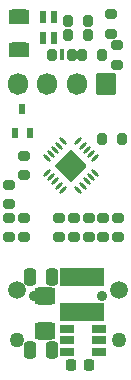
<source format=gbr>
%TF.GenerationSoftware,KiCad,Pcbnew,(6.0.10-0)*%
%TF.CreationDate,2023-01-05T15:58:09+00:00*%
%TF.ProjectId,Generic5,47656e65-7269-4633-952e-6b696361645f,1*%
%TF.SameCoordinates,Original*%
%TF.FileFunction,Soldermask,Bot*%
%TF.FilePolarity,Negative*%
%FSLAX46Y46*%
G04 Gerber Fmt 4.6, Leading zero omitted, Abs format (unit mm)*
G04 Created by KiCad (PCBNEW (6.0.10-0)) date 2023-01-05 15:58:09*
%MOMM*%
%LPD*%
G01*
G04 APERTURE LIST*
G04 Aperture macros list*
%AMRoundRect*
0 Rectangle with rounded corners*
0 $1 Rounding radius*
0 $2 $3 $4 $5 $6 $7 $8 $9 X,Y pos of 4 corners*
0 Add a 4 corners polygon primitive as box body*
4,1,4,$2,$3,$4,$5,$6,$7,$8,$9,$2,$3,0*
0 Add four circle primitives for the rounded corners*
1,1,$1+$1,$2,$3*
1,1,$1+$1,$4,$5*
1,1,$1+$1,$6,$7*
1,1,$1+$1,$8,$9*
0 Add four rect primitives between the rounded corners*
20,1,$1+$1,$2,$3,$4,$5,0*
20,1,$1+$1,$4,$5,$6,$7,0*
20,1,$1+$1,$6,$7,$8,$9,0*
20,1,$1+$1,$8,$9,$2,$3,0*%
%AMFreePoly0*
4,1,14,1.007071,1.007071,1.010000,1.000000,1.010000,-1.000000,1.007071,-1.007071,1.000000,-1.010000,-0.750000,-1.010000,-0.757071,-1.007071,-1.007071,-0.757071,-1.010000,-0.750000,-1.010000,1.000000,-1.007071,1.007071,-1.000000,1.010000,1.000000,1.010000,1.007071,1.007071,1.007071,1.007071,$1*%
G04 Aperture macros list end*
%ADD10C,1.270000*%
%ADD11C,1.520000*%
%ADD12C,0.870000*%
%ADD13RoundRect,0.260000X0.600000X0.675000X-0.600000X0.675000X-0.600000X-0.675000X0.600000X-0.675000X0*%
%ADD14O,1.720000X1.870000*%
%ADD15RoundRect,0.010000X-0.550000X-0.300000X0.550000X-0.300000X0.550000X0.300000X-0.550000X0.300000X0*%
%ADD16RoundRect,0.010000X-1.850000X-0.712500X1.850000X-0.712500X1.850000X0.712500X-1.850000X0.712500X0*%
%ADD17RoundRect,0.235000X-0.225000X-0.250000X0.225000X-0.250000X0.225000X0.250000X-0.225000X0.250000X0*%
%ADD18RoundRect,0.259375X0.625625X-0.463125X0.625625X0.463125X-0.625625X0.463125X-0.625625X-0.463125X0*%
%ADD19RoundRect,0.260000X0.250000X0.475000X-0.250000X0.475000X-0.250000X-0.475000X0.250000X-0.475000X0*%
%ADD20RoundRect,0.210000X0.275000X-0.200000X0.275000X0.200000X-0.275000X0.200000X-0.275000X-0.200000X0*%
%ADD21RoundRect,0.210000X-0.275000X0.200000X-0.275000X-0.200000X0.275000X-0.200000X0.275000X0.200000X0*%
%ADD22RoundRect,0.260000X0.625000X-0.375000X0.625000X0.375000X-0.625000X0.375000X-0.625000X-0.375000X0*%
%ADD23RoundRect,0.210000X0.200000X0.275000X-0.200000X0.275000X-0.200000X-0.275000X0.200000X-0.275000X0*%
%ADD24RoundRect,0.210000X-0.200000X-0.275000X0.200000X-0.275000X0.200000X0.275000X-0.200000X0.275000X0*%
%ADD25RoundRect,0.010000X0.225000X0.350000X-0.225000X0.350000X-0.225000X-0.350000X0.225000X-0.350000X0*%
%ADD26RoundRect,0.072500X0.247487X-0.159099X-0.159099X0.247487X-0.247487X0.159099X0.159099X-0.247487X0*%
%ADD27RoundRect,0.072500X0.247487X0.159099X0.159099X0.247487X-0.247487X-0.159099X-0.159099X-0.247487X0*%
%ADD28FreePoly0,135.000000*%
%ADD29RoundRect,0.010000X0.250000X-0.425000X0.250000X0.425000X-0.250000X0.425000X-0.250000X-0.425000X0*%
G04 APERTURE END LIST*
%TO.C,JP3*%
G36*
X153900000Y-25550000D02*
G01*
X153600000Y-25550000D01*
X153600000Y-24650000D01*
X153900000Y-24650000D01*
X153900000Y-25550000D01*
G37*
%TD*%
D10*
%TO.C,J2*%
X149930000Y-49240000D03*
X158570000Y-49240000D03*
D11*
X149930000Y-45070000D03*
D12*
X157140000Y-45560000D03*
D11*
X158570000Y-45070000D03*
D12*
X151360000Y-45560000D03*
%TD*%
D13*
%TO.C,J1*%
X157500000Y-27600000D03*
D14*
X155000000Y-27600000D03*
X152500000Y-27600000D03*
X150000000Y-27600000D03*
%TD*%
D15*
%TO.C,U3*%
X154150000Y-48350000D03*
D16*
X155450000Y-46900000D03*
D17*
X154475000Y-51400000D03*
X156025000Y-51400000D03*
D18*
X152330000Y-48502500D03*
D15*
X156850000Y-48350000D03*
X154150000Y-50250000D03*
D19*
X152900000Y-50150000D03*
D15*
X154150000Y-49300000D03*
D19*
X151000000Y-43900000D03*
D15*
X156850000Y-49300000D03*
D18*
X152330000Y-45537500D03*
D19*
X151000000Y-50150000D03*
X152900000Y-43900000D03*
D16*
X155450000Y-43900000D03*
D15*
X156850000Y-50250000D03*
%TD*%
D20*
%TO.C,R11*%
X149250000Y-40575000D03*
X149250000Y-38925000D03*
%TD*%
D21*
%TO.C,R10*%
X157250000Y-38925000D03*
X157250000Y-40575000D03*
%TD*%
D20*
%TO.C,R7*%
X153500000Y-40575000D03*
X153500000Y-38925000D03*
%TD*%
D21*
%TO.C,R4*%
X157900000Y-21675000D03*
X157900000Y-23325000D03*
%TD*%
%TO.C,C1*%
X150500000Y-33725000D03*
X150500000Y-35275000D03*
%TD*%
D22*
%TO.C,D1*%
X150100000Y-24700000D03*
X150100000Y-21900000D03*
%TD*%
D23*
%TO.C,R1*%
X158825000Y-32250000D03*
X157175000Y-32250000D03*
%TD*%
D21*
%TO.C,R9*%
X158500000Y-38925000D03*
X158500000Y-40575000D03*
%TD*%
D24*
%TO.C,R3*%
X154274520Y-23474520D03*
X155924520Y-23474520D03*
%TD*%
D21*
%TO.C,JP1*%
X158400000Y-24325000D03*
X158400000Y-25975000D03*
%TD*%
D25*
%TO.C,Q1*%
X151050000Y-31700000D03*
X149750000Y-31700000D03*
X150400000Y-29700000D03*
%TD*%
D20*
%TO.C,R8*%
X154750000Y-40575000D03*
X154750000Y-38925000D03*
%TD*%
%TO.C,R12*%
X149250000Y-37750000D03*
X149250000Y-36100000D03*
%TD*%
%TO.C,R5*%
X150500000Y-40575000D03*
X150500000Y-38925000D03*
%TD*%
D24*
%TO.C,R2*%
X154274520Y-22274520D03*
X155924520Y-22274520D03*
%TD*%
D26*
%TO.C,U2*%
X156550610Y-35136396D03*
X156197056Y-35489949D03*
X155843503Y-35843503D03*
X155489949Y-36197056D03*
X155136396Y-36550610D03*
D27*
X153863604Y-36550610D03*
X153510051Y-36197056D03*
X153156497Y-35843503D03*
X152802944Y-35489949D03*
X152449390Y-35136396D03*
D26*
X152449390Y-33863604D03*
X152802944Y-33510051D03*
X153156497Y-33156497D03*
X153510051Y-32802944D03*
X153863604Y-32449390D03*
D27*
X155136396Y-32449390D03*
X155489949Y-32802944D03*
X155843503Y-33156497D03*
X156197056Y-33510051D03*
X156550610Y-33863604D03*
D28*
X154500000Y-34500000D03*
%TD*%
D21*
%TO.C,R6*%
X156000000Y-38925000D03*
X156000000Y-40575000D03*
%TD*%
D23*
%TO.C,JP2*%
X157125000Y-25100000D03*
X155475000Y-25100000D03*
%TD*%
D29*
%TO.C,D2*%
X152100000Y-21925000D03*
X152100000Y-23675000D03*
X153100000Y-23675000D03*
X153100000Y-21925000D03*
%TD*%
D23*
%TO.C,JP3*%
X154575000Y-25100000D03*
X152925000Y-25100000D03*
%TD*%
M02*

</source>
